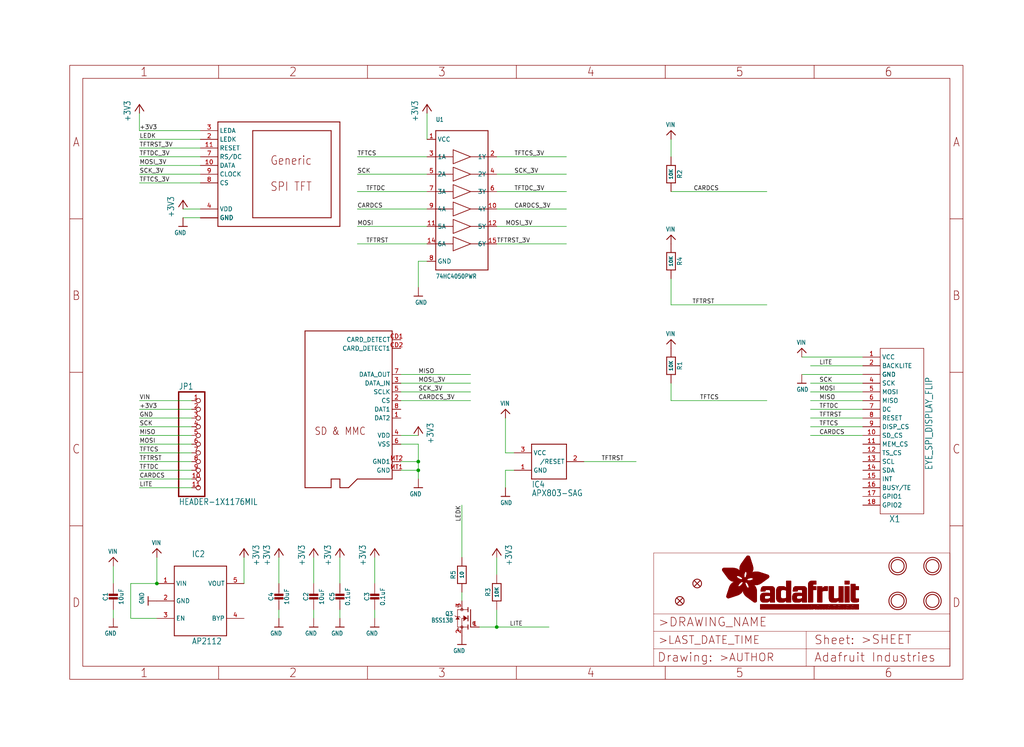
<source format=kicad_sch>
(kicad_sch (version 20211123) (generator eeschema)
  (paper "User" 298.45 217.881)
  (lib_symbols
    (symbol "schematicEagle-eagle-import:+3V3" (power)
      (property "Value" "+3V3" (at -2.54 -5.08 90))
      (symbol "+3V3_1_0"
        (pin power_in line (at 0 -2.54 90) (length 2.54) (name "+3V3") (number "1"))
      )
    )
    (symbol "schematicEagle-eagle-import:74HC4050DTSSOP"
      (property "Reference" "U" (at -7.62 22.86 0))
      (property "Value" "74HC4050DTSSOP" (at -7.62 -22.86 0))
      (symbol "74HC4050DTSSOP_1_0"
        (pin bidirectional line (at -10.16 17.78 0) (length 2.54) (name "VCC") (number "1"))
        (pin bidirectional line (at 10.16 -2.54 180) (length 2.54) (name "4Y") (number "10"))
        (pin bidirectional line (at -10.16 -7.62 0) (length 2.54) (name "5A") (number "11"))
        (pin bidirectional line (at 10.16 -7.62 180) (length 2.54) (name "5Y") (number "12"))
        (pin bidirectional line (at -10.16 -12.7 0) (length 2.54) (name "6A") (number "14"))
        (pin bidirectional line (at 10.16 -12.7 180) (length 2.54) (name "6Y") (number "15"))
        (pin bidirectional line (at 10.16 12.7 180) (length 2.54) (name "1Y") (number "2"))
        (pin bidirectional line (at -10.16 12.7 0) (length 2.54) (name "1A") (number "3"))
        (pin bidirectional line (at 10.16 7.62 180) (length 2.54) (name "2Y") (number "4"))
        (pin bidirectional line (at -10.16 7.62 0) (length 2.54) (name "2A") (number "5"))
        (pin bidirectional line (at 10.16 2.54 180) (length 2.54) (name "3Y") (number "6"))
        (pin bidirectional line (at -10.16 2.54 0) (length 2.54) (name "3A") (number "7"))
        (pin bidirectional line (at -10.16 -17.78 0) (length 2.54) (name "GND") (number "8"))
        (pin bidirectional line (at -10.16 -2.54 0) (length 2.54) (name "4A") (number "9"))
      )
    )
    (symbol "schematicEagle-eagle-import:AXP083-SAG"
      (property "Reference" "IC" (at -5.08 -7.62 0))
      (property "Value" "AXP083-SAG" (at -5.08 -10.16 0))
      (symbol "AXP083-SAG_1_0"
        (pin power_in line (at -10.16 -2.54 0) (length 5.08) (name "GND") (number "1"))
        (pin output line (at 10.16 0 180) (length 5.08) (name "/RESET") (number "2"))
        (pin power_in line (at -10.16 2.54 0) (length 5.08) (name "VCC") (number "3"))
      )
    )
    (symbol "schematicEagle-eagle-import:CAP_CERAMIC0603_NO"
      (property "Reference" "C" (at -2.29 1.25 90))
      (property "Value" "CAP_CERAMIC0603_NO" (at 2.3 1.25 90))
      (symbol "CAP_CERAMIC0603_NO_1_0"
        (pin passive line (at 0 5.08 270) (length 2.54) (name "1") (number "1"))
        (pin passive line (at 0 -2.54 90) (length 2.54) (name "2") (number "2"))
      )
    )
    (symbol "schematicEagle-eagle-import:CAP_CERAMIC0805-NOOUTLINE"
      (property "Reference" "C" (at -2.29 1.25 90))
      (property "Value" "CAP_CERAMIC0805-NOOUTLINE" (at 2.3 1.25 90))
      (symbol "CAP_CERAMIC0805-NOOUTLINE_1_0"
        (pin passive line (at 0 5.08 270) (length 2.54) (name "1") (number "1"))
        (pin passive line (at 0 -2.54 90) (length 2.54) (name "2") (number "2"))
      )
    )
    (symbol "schematicEagle-eagle-import:DISP_LCD_GENERIC_SPI_1.47IN_172X320_12P_WRAPUNDER"
      (symbol "DISP_LCD_GENERIC_SPI_1.47IN_172X320_12P_WRAPUNDER_1_0"
        (text "Generic" (at -5.08 2.54 0) (effects (font (size 2.54 2.159)) (justify left bottom)))
        (text "SPI TFT" (at -5.08 -5.08 0) (effects (font (size 2.54 2.159)) (justify left bottom)))
        (pin power_in line (at -25.4 -12.7 0) (length 5.08) (name "GND") (number "1"))
        (pin bidirectional line (at -25.4 2.54 0) (length 5.08) (name "DATA") (number "10"))
        (pin input line (at -25.4 7.62 0) (length 5.08) (name "RESET") (number "11"))
        (pin power_in line (at -25.4 -12.7 0) (length 5.08) (name "GND") (number "12"))
        (pin input line (at -25.4 10.16 0) (length 5.08) (name "LEDK") (number "2"))
        (pin input line (at -25.4 12.7 0) (length 5.08) (name "LEDA") (number "3"))
        (pin power_in line (at -25.4 -10.16 0) (length 5.08) (name "VDD") (number "4"))
        (pin power_in line (at -25.4 -12.7 0) (length 5.08) (name "GND") (number "5"))
        (pin power_in line (at -25.4 -12.7 0) (length 5.08) (name "GND") (number "6"))
        (pin input line (at -25.4 5.08 0) (length 5.08) (name "RS/DC") (number "7"))
        (pin input line (at -25.4 -2.54 0) (length 5.08) (name "CS") (number "8"))
        (pin input line (at -25.4 0 0) (length 5.08) (name "CLOCK") (number "9"))
      )
    )
    (symbol "schematicEagle-eagle-import:EYE_SPI_DISPLAY_FLIP"
      (property "Reference" "X" (at 2.54 -27.94 0))
      (property "Value" "EYE_SPI_DISPLAY_FLIP" (at 2.54 -27.94 0))
      (symbol "EYE_SPI_DISPLAY_FLIP_1_0"
        (pin power_in line (at -5.08 20.32 0) (length 5.08) (name "VCC") (number "1"))
        (pin input line (at -5.08 -2.54 0) (length 5.08) (name "SD_CS") (number "10"))
        (pin input line (at -5.08 -5.08 0) (length 5.08) (name "MEM_CS") (number "11"))
        (pin input line (at -5.08 -7.62 0) (length 5.08) (name "TS_CS") (number "12"))
        (pin input line (at -5.08 -10.16 0) (length 5.08) (name "SCL") (number "13"))
        (pin bidirectional line (at -5.08 -12.7 0) (length 5.08) (name "SDA") (number "14"))
        (pin output line (at -5.08 -15.24 0) (length 5.08) (name "INT") (number "15"))
        (pin output line (at -5.08 -17.78 0) (length 5.08) (name "BUSY/TE") (number "16"))
        (pin passive line (at -5.08 -20.32 0) (length 5.08) (name "GPIO1") (number "17"))
        (pin passive line (at -5.08 -22.86 0) (length 5.08) (name "GPIO2") (number "18"))
        (pin input line (at -5.08 17.78 0) (length 5.08) (name "BACKLITE") (number "2"))
        (pin power_in line (at -5.08 15.24 0) (length 5.08) (name "GND") (number "3"))
        (pin input line (at -5.08 12.7 0) (length 5.08) (name "SCK") (number "4"))
        (pin input line (at -5.08 10.16 0) (length 5.08) (name "MOSI") (number "5"))
        (pin output line (at -5.08 7.62 0) (length 5.08) (name "MISO") (number "6"))
        (pin input line (at -5.08 5.08 0) (length 5.08) (name "DC") (number "7"))
        (pin input line (at -5.08 2.54 0) (length 5.08) (name "RESET") (number "8"))
        (pin input line (at -5.08 0 0) (length 5.08) (name "DISP_CS") (number "9"))
        (pin power_in line (at -5.08 15.24 0) (length 5.08) (name "GND") (number "SUPPORT1"))
        (pin power_in line (at -5.08 15.24 0) (length 5.08) (name "GND") (number "SUPPORT2"))
      )
    )
    (symbol "schematicEagle-eagle-import:FIDUCIAL_1MM")
    (symbol "schematicEagle-eagle-import:FRAME_A4_ADAFRUIT"
      (symbol "FRAME_A4_ADAFRUIT_0_0"
        (text "1" (at 21.6958 1.905 0) (effects (font (size 2.54 2.286))))
        (text "1" (at 21.6958 177.165 0) (effects (font (size 2.54 2.286))))
        (text "2" (at 65.0875 1.905 0) (effects (font (size 2.54 2.286))))
        (text "2" (at 65.0875 177.165 0) (effects (font (size 2.54 2.286))))
        (text "3" (at 108.4792 1.905 0) (effects (font (size 2.54 2.286))))
        (text "3" (at 108.4792 177.165 0) (effects (font (size 2.54 2.286))))
        (text "4" (at 151.8708 1.905 0) (effects (font (size 2.54 2.286))))
        (text "4" (at 151.8708 177.165 0) (effects (font (size 2.54 2.286))))
        (text "5" (at 195.2625 1.905 0) (effects (font (size 2.54 2.286))))
        (text "5" (at 195.2625 177.165 0) (effects (font (size 2.54 2.286))))
        (text "6" (at 238.6542 1.905 0) (effects (font (size 2.54 2.286))))
        (text "6" (at 238.6542 177.165 0) (effects (font (size 2.54 2.286))))
        (text "A" (at 1.905 156.6863 0) (effects (font (size 2.54 2.286))))
        (text "A" (at 258.445 156.6863 0) (effects (font (size 2.54 2.286))))
        (text "B" (at 1.905 111.9188 0) (effects (font (size 2.54 2.286))))
        (text "B" (at 258.445 111.9188 0) (effects (font (size 2.54 2.286))))
        (text "C" (at 1.905 67.1513 0) (effects (font (size 2.54 2.286))))
        (text "C" (at 258.445 67.1513 0) (effects (font (size 2.54 2.286))))
        (text "D" (at 1.905 22.3838 0) (effects (font (size 2.54 2.286))))
        (text "D" (at 258.445 22.3838 0) (effects (font (size 2.54 2.286))))
      )
      (symbol "FRAME_A4_ADAFRUIT_1_0"
        (text ">AUTHOR" (at 189.23 5.08 0) (effects (font (size 2.286 2.286)) (justify left bottom)))
        (text ">DRAWING_NAME" (at 171.45 15.24 0) (effects (font (size 2.54 2.54)) (justify left bottom)))
        (text ">LAST_DATE_TIME" (at 171.45 10.16 0) (effects (font (size 2.286 2.286)) (justify left bottom)))
        (text ">SHEET" (at 230.505 10.16 0) (effects (font (size 2.54 2.54)) (justify left bottom)))
        (text "Adafruit Industries" (at 216.916 4.953 0) (effects (font (size 2.54 2.54)) (justify left bottom)))
        (text "Drawing:" (at 171.196 4.953 0) (effects (font (size 2.54 2.54)) (justify left bottom)))
        (text "Sheet:" (at 216.916 10.033 0) (effects (font (size 2.54 2.54)) (justify left bottom)))
      )
    )
    (symbol "schematicEagle-eagle-import:GND" (power)
      (property "Value" "GND" (at -1.524 -2.54 0))
      (symbol "GND_1_0"
        (pin power_in line (at 0 2.54 270) (length 2.54) (name "GND") (number "1"))
      )
    )
    (symbol "schematicEagle-eagle-import:HEADER-1X1176MIL"
      (property "Reference" "JP" (at -6.35 15.875 0))
      (property "Value" "HEADER-1X1176MIL" (at -6.35 -17.78 0))
      (symbol "HEADER-1X1176MIL_1_0"
        (pin passive inverted (at -2.54 12.7 0) (length 2.54) (name "1") (number "1"))
        (pin passive inverted (at -2.54 -10.16 0) (length 2.54) (name "10") (number "10"))
        (pin passive inverted (at -2.54 -12.7 0) (length 2.54) (name "11") (number "11"))
        (pin passive inverted (at -2.54 10.16 0) (length 2.54) (name "2") (number "2"))
        (pin passive inverted (at -2.54 7.62 0) (length 2.54) (name "3") (number "3"))
        (pin passive inverted (at -2.54 5.08 0) (length 2.54) (name "4") (number "4"))
        (pin passive inverted (at -2.54 2.54 0) (length 2.54) (name "5") (number "5"))
        (pin passive inverted (at -2.54 0 0) (length 2.54) (name "6") (number "6"))
        (pin passive inverted (at -2.54 -2.54 0) (length 2.54) (name "7") (number "7"))
        (pin passive inverted (at -2.54 -5.08 0) (length 2.54) (name "8") (number "8"))
        (pin passive inverted (at -2.54 -7.62 0) (length 2.54) (name "9") (number "9"))
      )
    )
    (symbol "schematicEagle-eagle-import:LP298XS"
      (property "Reference" "IC" (at -12.7 -5.08 90))
      (property "Value" "LP298XS" (at 12.7 -5.08 90))
      (symbol "LP298XS_1_0"
        (pin bidirectional line (at -5.08 -15.24 90) (length 5.08) (name "VIN") (number "1"))
        (pin bidirectional line (at 0 -15.24 90) (length 5.08) (name "GND") (number "2"))
        (pin bidirectional line (at 5.08 -15.24 90) (length 5.08) (name "EN") (number "3"))
        (pin bidirectional line (at 5.08 10.16 270) (length 5.08) (name "BYP") (number "4"))
        (pin bidirectional line (at -5.08 10.16 270) (length 5.08) (name "VOUT") (number "5"))
      )
    )
    (symbol "schematicEagle-eagle-import:MICROSD"
      (symbol "MICROSD_1_0"
        (text "SD & MMC" (at -7.62 -10.16 0) (effects (font (size 2.1844 1.8567)) (justify left bottom)))
        (pin bidirectional line (at -17.78 -5.08 0) (length 2.54) (name "DAT2") (number "1"))
        (pin input line (at -17.78 0 0) (length 2.54) (name "CS") (number "2"))
        (pin input line (at -17.78 5.08 0) (length 2.54) (name "DATA_IN") (number "3"))
        (pin power_in line (at -17.78 -10.16 0) (length 2.54) (name "VDD") (number "4"))
        (pin input line (at -17.78 2.54 0) (length 2.54) (name "SCLK") (number "5"))
        (pin power_in line (at -17.78 -12.7 0) (length 2.54) (name "VSS") (number "6"))
        (pin output line (at -17.78 7.62 0) (length 2.54) (name "DATA_OUT") (number "7"))
        (pin bidirectional line (at -17.78 -2.54 0) (length 2.54) (name "DAT1") (number "8"))
        (pin passive line (at -17.78 17.78 0) (length 2.54) (name "CARD_DETECT") (number "CD1"))
        (pin passive line (at -17.78 15.24 0) (length 2.54) (name "CARD_DETECT1") (number "CD2"))
        (pin power_in line (at -17.78 -20.32 0) (length 2.54) (name "GND") (number "MT1"))
        (pin power_in line (at -17.78 -17.78 0) (length 2.54) (name "GND1") (number "MT2"))
      )
    )
    (symbol "schematicEagle-eagle-import:MOSFET-NWIDE"
      (property "Reference" "Q" (at 5.08 0.635 0))
      (property "Value" "MOSFET-NWIDE" (at 5.08 -1.27 0))
      (symbol "MOSFET-NWIDE_1_0"
        (text "D" (at 3.175 3.175 0) (effects (font (size 0.8128 0.6908)) (justify left bottom)))
        (text "G" (at -1.27 -1.905 0) (effects (font (size 0.8128 0.6908)) (justify left bottom)))
        (text "S" (at 3.175 -3.81 0) (effects (font (size 0.8128 0.6908)) (justify left bottom)))
        (pin bidirectional line (at -2.54 -2.54 0) (length 2.54) (name "G") (number "1"))
        (pin bidirectional line (at 2.54 -5.08 90) (length 2.54) (name "S") (number "2"))
        (pin bidirectional line (at 2.54 5.08 270) (length 2.54) (name "D") (number "3"))
      )
    )
    (symbol "schematicEagle-eagle-import:MOUNTINGHOLE2.5")
    (symbol "schematicEagle-eagle-import:RESISTOR_0603_NOOUT"
      (property "Reference" "R" (at 0 2.54 0))
      (property "Value" "RESISTOR_0603_NOOUT" (at 0 0 0))
      (symbol "RESISTOR_0603_NOOUT_1_0"
        (pin passive line (at -5.08 0 0) (length 2.54) (name "1") (number "1"))
        (pin passive line (at 5.08 0 180) (length 2.54) (name "2") (number "2"))
      )
    )
    (symbol "schematicEagle-eagle-import:VIN" (power)
      (property "Value" "VIN" (at -1.524 1.016 0))
      (symbol "VIN_1_0"
        (pin power_in line (at 0 -2.54 90) (length 2.54) (name "VIN") (number "1"))
      )
    )
  )
  (junction (at 45.72 170.18))
  (junction (at 121.92 134.62))
  (junction (at 121.92 137.16))
  (junction (at 144.78 182.88))
  (wire (pts (xy 55.88 116.84) (xy 40.64 116.84)))
  (wire (pts (xy 251.46 127) (xy 236.22 127)))
  (wire (pts (xy 40.64 50.8) (xy 58.42 50.8)))
  (wire (pts (xy 121.92 137.16) (xy 121.92 139.7)))
  (wire (pts (xy 55.88 142.24) (xy 40.64 142.24)))
  (wire (pts (xy 53.34 63.5) (xy 58.42 63.5)))
  (wire (pts (xy 124.46 76.2) (xy 121.92 76.2)))
  (wire (pts (xy 33.02 180.34) (xy 33.02 177.8)))
  (wire (pts (xy 58.42 53.34) (xy 40.64 53.34)))
  (wire (pts (xy 144.78 66.04) (xy 165.1 66.04)))
  (wire (pts (xy 116.84 129.54) (xy 121.92 129.54)))
  (wire (pts (xy 81.28 180.34) (xy 81.28 177.8)))
  (wire (pts (xy 251.46 114.3) (xy 236.22 114.3)))
  (wire (pts (xy 40.64 127) (xy 55.88 127)))
  (wire (pts (xy 195.58 88.9) (xy 195.58 81.28)))
  (wire (pts (xy 149.86 132.08) (xy 147.32 132.08)))
  (wire (pts (xy 121.92 134.62) (xy 121.92 137.16)))
  (wire (pts (xy 139.7 182.88) (xy 144.78 182.88)))
  (wire (pts (xy 251.46 119.38) (xy 236.22 119.38)))
  (wire (pts (xy 137.16 114.3) (xy 116.84 114.3)))
  (wire (pts (xy 170.18 134.62) (xy 185.42 134.62)))
  (wire (pts (xy 104.14 66.04) (xy 124.46 66.04)))
  (wire (pts (xy 144.78 162.56) (xy 144.78 167.64)))
  (wire (pts (xy 104.14 71.12) (xy 124.46 71.12)))
  (wire (pts (xy 40.64 33.02) (xy 40.64 38.1)))
  (wire (pts (xy 45.72 180.34) (xy 38.1 180.34)))
  (wire (pts (xy 144.78 182.88) (xy 144.78 177.8)))
  (wire (pts (xy 144.78 71.12) (xy 165.1 71.12)))
  (wire (pts (xy 233.68 104.14) (xy 251.46 104.14)))
  (wire (pts (xy 137.16 111.76) (xy 116.84 111.76)))
  (wire (pts (xy 134.62 147.32) (xy 134.62 162.56)))
  (wire (pts (xy 55.88 137.16) (xy 40.64 137.16)))
  (wire (pts (xy 38.1 170.18) (xy 45.72 170.18)))
  (wire (pts (xy 165.1 60.96) (xy 144.78 60.96)))
  (wire (pts (xy 99.06 162.56) (xy 99.06 170.18)))
  (wire (pts (xy 58.42 38.1) (xy 40.64 38.1)))
  (wire (pts (xy 91.44 180.34) (xy 91.44 177.8)))
  (wire (pts (xy 236.22 116.84) (xy 251.46 116.84)))
  (wire (pts (xy 121.92 129.54) (xy 121.92 134.62)))
  (wire (pts (xy 116.84 109.22) (xy 137.16 109.22)))
  (wire (pts (xy 58.42 48.26) (xy 40.64 48.26)))
  (wire (pts (xy 104.14 60.96) (xy 124.46 60.96)))
  (wire (pts (xy 58.42 40.64) (xy 40.64 40.64)))
  (wire (pts (xy 58.42 60.96) (xy 53.34 60.96)))
  (wire (pts (xy 116.84 134.62) (xy 121.92 134.62)))
  (wire (pts (xy 147.32 142.24) (xy 147.32 137.16)))
  (wire (pts (xy 195.58 116.84) (xy 195.58 111.76)))
  (wire (pts (xy 121.92 127) (xy 116.84 127)))
  (wire (pts (xy 124.46 45.72) (xy 104.14 45.72)))
  (wire (pts (xy 144.78 45.72) (xy 165.1 45.72)))
  (wire (pts (xy 33.02 165.1) (xy 33.02 170.18)))
  (wire (pts (xy 55.88 124.46) (xy 40.64 124.46)))
  (wire (pts (xy 58.42 43.18) (xy 40.64 43.18)))
  (wire (pts (xy 251.46 111.76) (xy 236.22 111.76)))
  (wire (pts (xy 55.88 121.92) (xy 40.64 121.92)))
  (wire (pts (xy 99.06 180.34) (xy 99.06 177.8)))
  (wire (pts (xy 81.28 162.56) (xy 81.28 170.18)))
  (wire (pts (xy 55.88 139.7) (xy 40.64 139.7)))
  (wire (pts (xy 233.68 109.22) (xy 251.46 109.22)))
  (wire (pts (xy 223.52 55.88) (xy 195.58 55.88)))
  (wire (pts (xy 116.84 137.16) (xy 121.92 137.16)))
  (wire (pts (xy 251.46 106.68) (xy 236.22 106.68)))
  (wire (pts (xy 160.02 182.88) (xy 144.78 182.88)))
  (wire (pts (xy 55.88 134.62) (xy 40.64 134.62)))
  (wire (pts (xy 134.62 172.72) (xy 134.62 175.26)))
  (wire (pts (xy 91.44 162.56) (xy 91.44 170.18)))
  (wire (pts (xy 124.46 40.64) (xy 124.46 33.02)))
  (wire (pts (xy 71.12 162.56) (xy 71.12 170.18)))
  (wire (pts (xy 137.16 116.84) (xy 116.84 116.84)))
  (wire (pts (xy 195.58 116.84) (xy 223.52 116.84)))
  (wire (pts (xy 40.64 132.08) (xy 55.88 132.08)))
  (wire (pts (xy 236.22 124.46) (xy 251.46 124.46)))
  (wire (pts (xy 195.58 88.9) (xy 223.52 88.9)))
  (wire (pts (xy 195.58 45.72) (xy 195.58 40.64)))
  (wire (pts (xy 55.88 129.54) (xy 40.64 129.54)))
  (wire (pts (xy 104.14 55.88) (xy 124.46 55.88)))
  (wire (pts (xy 121.92 76.2) (xy 121.92 83.82)))
  (wire (pts (xy 109.22 180.34) (xy 109.22 177.8)))
  (wire (pts (xy 40.64 119.38) (xy 55.88 119.38)))
  (wire (pts (xy 251.46 121.92) (xy 236.22 121.92)))
  (wire (pts (xy 109.22 162.56) (xy 109.22 170.18)))
  (wire (pts (xy 147.32 121.92) (xy 147.32 132.08)))
  (wire (pts (xy 38.1 180.34) (xy 38.1 170.18)))
  (wire (pts (xy 165.1 55.88) (xy 144.78 55.88)))
  (wire (pts (xy 58.42 45.72) (xy 40.64 45.72)))
  (wire (pts (xy 165.1 50.8) (xy 144.78 50.8)))
  (wire (pts (xy 45.72 162.56) (xy 45.72 170.18)))
  (wire (pts (xy 147.32 137.16) (xy 149.86 137.16)))
  (wire (pts (xy 104.14 50.8) (xy 124.46 50.8)))
  (label "LITE" (at 40.64 142.24 0) (effects (font (size 1.2446 1.2446))))
  (label "MISO" (at 238.76 116.84 0) (effects (font (size 1.2446 1.2446))))
  (label "TFTRST" (at 208.28 88.9 180) (effects (font (size 1.2446 1.2446))))
  (label "TFTCS" (at 209.55 116.84 180) (effects (font (size 1.2446 1.2446))))
  (label "LITE" (at 238.76 106.68 0) (effects (font (size 1.2446 1.2446))))
  (label "TFTCS_3V" (at 40.64 53.34 0) (effects (font (size 1.2446 1.2446))))
  (label "MISO" (at 121.92 109.22 0) (effects (font (size 1.2446 1.2446))))
  (label "SCK_3V" (at 121.92 114.3 0) (effects (font (size 1.2446 1.2446))))
  (label "SCK" (at 238.76 111.76 0) (effects (font (size 1.2446 1.2446))))
  (label "TFTDC" (at 40.64 137.16 0) (effects (font (size 1.2446 1.2446))))
  (label "TFTDC_3V" (at 40.64 45.72 0) (effects (font (size 1.2446 1.2446))))
  (label "LITE" (at 152.4 182.88 180) (effects (font (size 1.2446 1.2446))))
  (label "MOSI" (at 104.14 66.04 0) (effects (font (size 1.2446 1.2446))))
  (label "+3V3" (at 40.64 119.38 0) (effects (font (size 1.2446 1.2446))))
  (label "SCK_3V" (at 40.64 50.8 0) (effects (font (size 1.2446 1.2446))))
  (label "+3V3" (at 40.64 38.1 0) (effects (font (size 1.2446 1.2446))))
  (label "LEDK" (at 40.64 40.64 0) (effects (font (size 1.2446 1.2446))))
  (label "TFTRST_3V" (at 144.78 71.12 0) (effects (font (size 1.2446 1.2446))))
  (label "TFTRST_3V" (at 40.64 43.18 0) (effects (font (size 1.2446 1.2446))))
  (label "MOSI_3V" (at 40.64 48.26 0) (effects (font (size 1.2446 1.2446))))
  (label "MOSI" (at 238.76 114.3 0) (effects (font (size 1.2446 1.2446))))
  (label "SCK" (at 104.14 50.8 0) (effects (font (size 1.2446 1.2446))))
  (label "TFTCS" (at 104.14 45.72 0) (effects (font (size 1.2446 1.2446))))
  (label "SCK_3V" (at 149.86 50.8 0) (effects (font (size 1.2446 1.2446))))
  (label "TFTRST" (at 238.76 121.92 0) (effects (font (size 1.2446 1.2446))))
  (label "MOSI_3V" (at 147.32 66.04 0) (effects (font (size 1.2446 1.2446))))
  (label "LEDK" (at 134.62 147.32 270) (effects (font (size 1.2446 1.2446))))
  (label "TFTCS" (at 238.76 124.46 0) (effects (font (size 1.2446 1.2446))))
  (label "MISO" (at 40.64 127 0) (effects (font (size 1.2446 1.2446))))
  (label "TFTRST" (at 40.64 134.62 0) (effects (font (size 1.2446 1.2446))))
  (label "MOSI_3V" (at 121.92 111.76 0) (effects (font (size 1.2446 1.2446))))
  (label "TFTDC" (at 238.76 119.38 0) (effects (font (size 1.2446 1.2446))))
  (label "SCK" (at 40.64 124.46 0) (effects (font (size 1.2446 1.2446))))
  (label "GND" (at 40.64 121.92 0) (effects (font (size 1.2446 1.2446))))
  (label "TFTDC" (at 106.68 55.88 0) (effects (font (size 1.2446 1.2446))))
  (label "CARDCS" (at 40.64 139.7 0) (effects (font (size 1.2446 1.2446))))
  (label "TFTRST" (at 106.68 71.12 0) (effects (font (size 1.2446 1.2446))))
  (label "CARDCS_3V" (at 121.92 116.84 0) (effects (font (size 1.2446 1.2446))))
  (label "TFTDC_3V" (at 149.86 55.88 0) (effects (font (size 1.2446 1.2446))))
  (label "CARDCS" (at 104.14 60.96 0) (effects (font (size 1.2446 1.2446))))
  (label "VIN" (at 40.64 116.84 0) (effects (font (size 1.2446 1.2446))))
  (label "CARDCS_3V" (at 149.86 60.96 0) (effects (font (size 1.2446 1.2446))))
  (label "TFTCS_3V" (at 149.86 45.72 0) (effects (font (size 1.2446 1.2446))))
  (label "TFTCS" (at 40.64 132.08 0) (effects (font (size 1.2446 1.2446))))
  (label "CARDCS" (at 209.55 55.88 180) (effects (font (size 1.2446 1.2446))))
  (label "TFTRST" (at 175.26 134.62 0) (effects (font (size 1.2446 1.2446))))
  (label "MOSI" (at 40.64 129.54 0) (effects (font (size 1.2446 1.2446))))
  (label "CARDCS" (at 238.76 127 0) (effects (font (size 1.2446 1.2446))))
  (symbol (lib_id "schematicEagle-eagle-import:CAP_CERAMIC0805-NOOUTLINE") (at 91.44 175.26 0) (unit 1)
    (property "Reference" "C2" (at 89.15 174.01 90))
    (property "Value" "10uF" (at 93.74 174.01 90))
    (property "Footprint" "schematicEagle:0805-NO" (effects hide))
  )
  (symbol (lib_id "schematicEagle-eagle-import:EYE_SPI_DISPLAY_FLIP") (at 256.54 124.46 0) (unit 1)
    (property "Reference" "X1" (at 259.08 152.4 0) (effects (font (size 1.9304 1.6408)) (justify left bottom)))
    (property "Value" "EYE_SPI_DISPLAY_FLIP" (at 271.78 137.16 90) (effects (font (size 1.9304 1.6408)) (justify left bottom)))
    (property "Footprint" "schematicEagle:EYE_SPI_DISPLAY_BOTCONTACT" (effects hide))
  )
  (symbol (lib_id "schematicEagle-eagle-import:CAP_CERAMIC0603_NO") (at 99.06 175.26 0) (unit 1)
    (property "Reference" "C5" (at 96.77 174.01 90))
    (property "Value" "0.1uF" (at 101.36 174.01 90))
    (property "Footprint" "schematicEagle:0603-NO" (effects hide))
  )
  (symbol (lib_id "schematicEagle-eagle-import:VIN") (at 45.72 160.02 0) (unit 1)
    (property "Reference" "#U$12" (effects hide))
    (property "Value" "VIN" (at 44.196 159.004 0) (effects (font (size 1.27 1.0795)) (justify left bottom)))
    (property "Footprint" "schematicEagle:" (effects hide))
  )
  (symbol (lib_id "schematicEagle-eagle-import:GND") (at 134.62 187.96 0) (unit 1)
    (property "Reference" "#GND5" (effects hide))
    (property "Value" "GND" (at 132.08 190.5 0) (effects (font (size 1.27 1.0795)) (justify left bottom)))
    (property "Footprint" "schematicEagle:" (effects hide))
  )
  (symbol (lib_id "schematicEagle-eagle-import:+3V3") (at 99.06 160.02 0) (unit 1)
    (property "Reference" "#+3V11" (effects hide))
    (property "Value" "+3V3" (at 96.52 165.1 90) (effects (font (size 1.778 1.5113)) (justify left bottom)))
    (property "Footprint" "schematicEagle:" (effects hide))
  )
  (symbol (lib_id "schematicEagle-eagle-import:+3V3") (at 124.46 30.48 0) (unit 1)
    (property "Reference" "#+3V12" (effects hide))
    (property "Value" "+3V3" (at 121.92 35.56 90) (effects (font (size 1.778 1.5113)) (justify left bottom)))
    (property "Footprint" "schematicEagle:" (effects hide))
  )
  (symbol (lib_id "schematicEagle-eagle-import:VIN") (at 195.58 38.1 0) (unit 1)
    (property "Reference" "#U$14" (effects hide))
    (property "Value" "VIN" (at 194.056 37.084 0) (effects (font (size 1.27 1.0795)) (justify left bottom)))
    (property "Footprint" "schematicEagle:" (effects hide))
  )
  (symbol (lib_id "schematicEagle-eagle-import:VIN") (at 33.02 162.56 0) (unit 1)
    (property "Reference" "#U$13" (effects hide))
    (property "Value" "VIN" (at 31.496 161.544 0) (effects (font (size 1.27 1.0795)) (justify left bottom)))
    (property "Footprint" "schematicEagle:" (effects hide))
  )
  (symbol (lib_id "schematicEagle-eagle-import:MOUNTINGHOLE2.5") (at 271.78 175.26 0) (unit 1)
    (property "Reference" "U$9" (effects hide))
    (property "Value" "MOUNTINGHOLE2.5" (effects hide))
    (property "Footprint" "schematicEagle:MOUNTINGHOLE_2.5_PLATED" (effects hide))
  )
  (symbol (lib_id "schematicEagle-eagle-import:RESISTOR_0603_NOOUT") (at 134.62 167.64 90) (unit 1)
    (property "Reference" "R5" (at 132.08 167.64 0))
    (property "Value" "10" (at 134.62 167.64 0) (effects (font (size 1.016 1.016) bold)))
    (property "Footprint" "schematicEagle:0603-NO" (effects hide))
  )
  (symbol (lib_id "schematicEagle-eagle-import:RESISTOR_0603_NOOUT") (at 195.58 76.2 270) (mirror x) (unit 1)
    (property "Reference" "R4" (at 198.12 76.2 0))
    (property "Value" "10K" (at 195.58 76.2 0) (effects (font (size 1.016 1.016) bold)))
    (property "Footprint" "schematicEagle:0603-NO" (effects hide))
  )
  (symbol (lib_id "schematicEagle-eagle-import:FRAME_A4_ADAFRUIT") (at 20.32 198.12 0) (unit 1)
    (property "Reference" "#U$6" (effects hide))
    (property "Value" "FRAME_A4_ADAFRUIT" (effects hide))
    (property "Footprint" "schematicEagle:" (effects hide))
  )
  (symbol (lib_id "schematicEagle-eagle-import:VIN") (at 195.58 99.06 0) (unit 1)
    (property "Reference" "#U$16" (effects hide))
    (property "Value" "VIN" (at 194.056 98.044 0) (effects (font (size 1.27 1.0795)) (justify left bottom)))
    (property "Footprint" "schematicEagle:" (effects hide))
  )
  (symbol (lib_id "schematicEagle-eagle-import:74HC4050DTSSOP") (at 134.62 58.42 0) (unit 1)
    (property "Reference" "U1" (at 127 35.56 0) (effects (font (size 1.27 1.0795)) (justify left bottom)))
    (property "Value" "74HC4050PWR" (at 127 81.28 0) (effects (font (size 1.27 1.0795)) (justify left bottom)))
    (property "Footprint" "schematicEagle:TSSOP16" (effects hide))
  )
  (symbol (lib_id "schematicEagle-eagle-import:MOUNTINGHOLE2.5") (at 261.62 165.1 0) (unit 1)
    (property "Reference" "U$10" (effects hide))
    (property "Value" "MOUNTINGHOLE2.5" (effects hide))
    (property "Footprint" "schematicEagle:MOUNTINGHOLE_2.5_PLATED" (effects hide))
  )
  (symbol (lib_id "schematicEagle-eagle-import:LP298XS") (at 60.96 175.26 270) (unit 1)
    (property "Reference" "IC2" (at 55.88 162.56 90) (effects (font (size 1.778 1.5113)) (justify left bottom)))
    (property "Value" "AP2112" (at 55.88 187.96 90) (effects (font (size 1.778 1.5113)) (justify left bottom)))
    (property "Footprint" "schematicEagle:SOT23-5L" (effects hide))
  )
  (symbol (lib_id "schematicEagle-eagle-import:GND") (at 99.06 182.88 0) (unit 1)
    (property "Reference" "#GND6" (effects hide))
    (property "Value" "GND" (at 96.52 185.42 0) (effects (font (size 1.27 1.0795)) (justify left bottom)))
    (property "Footprint" "schematicEagle:" (effects hide))
  )
  (symbol (lib_id "schematicEagle-eagle-import:MOSFET-NWIDE") (at 137.16 180.34 0) (mirror y) (unit 1)
    (property "Reference" "Q3" (at 132.08 179.705 0) (effects (font (size 1.27 1.0795)) (justify left bottom)))
    (property "Value" "BSS138" (at 132.08 181.61 0) (effects (font (size 1.27 1.0795)) (justify left bottom)))
    (property "Footprint" "schematicEagle:SOT23-WIDE" (effects hide))
  )
  (symbol (lib_id "schematicEagle-eagle-import:MICROSD") (at 99.06 116.84 0) (mirror y) (unit 1)
    (property "Reference" "Q2" (effects hide))
    (property "Value" "MICROSD" (effects hide))
    (property "Footprint" "schematicEagle:MICROSD" (effects hide))
  )
  (symbol (lib_id "schematicEagle-eagle-import:GND") (at 53.34 66.04 0) (unit 1)
    (property "Reference" "#GND8" (effects hide))
    (property "Value" "GND" (at 50.8 68.58 0) (effects (font (size 1.27 1.0795)) (justify left bottom)))
    (property "Footprint" "schematicEagle:" (effects hide))
  )
  (symbol (lib_id "schematicEagle-eagle-import:CAP_CERAMIC0805-NOOUTLINE") (at 81.28 175.26 0) (unit 1)
    (property "Reference" "C4" (at 78.99 174.01 90))
    (property "Value" "10uF" (at 83.58 174.01 90))
    (property "Footprint" "schematicEagle:0805-NO" (effects hide))
  )
  (symbol (lib_id "schematicEagle-eagle-import:GND") (at 233.68 111.76 0) (unit 1)
    (property "Reference" "#U$18" (effects hide))
    (property "Value" "GND" (at 232.156 114.3 0) (effects (font (size 1.27 1.0795)) (justify left bottom)))
    (property "Footprint" "schematicEagle:" (effects hide))
  )
  (symbol (lib_id "schematicEagle-eagle-import:RESISTOR_0603_NOOUT") (at 144.78 172.72 90) (unit 1)
    (property "Reference" "R3" (at 142.24 172.72 0))
    (property "Value" "10K" (at 144.78 172.72 0) (effects (font (size 1.016 1.016) bold)))
    (property "Footprint" "schematicEagle:0603-NO" (effects hide))
  )
  (symbol (lib_id "schematicEagle-eagle-import:+3V3") (at 91.44 160.02 0) (unit 1)
    (property "Reference" "#+3V6" (effects hide))
    (property "Value" "+3V3" (at 88.9 165.1 90) (effects (font (size 1.778 1.5113)) (justify left bottom)))
    (property "Footprint" "schematicEagle:" (effects hide))
  )
  (symbol (lib_id "schematicEagle-eagle-import:+3V3") (at 71.12 160.02 0) (mirror y) (unit 1)
    (property "Reference" "#+3V2" (effects hide))
    (property "Value" "+3V3" (at 73.66 165.1 90) (effects (font (size 1.778 1.5113)) (justify left bottom)))
    (property "Footprint" "schematicEagle:" (effects hide))
  )
  (symbol (lib_id "schematicEagle-eagle-import:FIDUCIAL_1MM") (at 203.2 170.18 0) (unit 1)
    (property "Reference" "U$5" (effects hide))
    (property "Value" "FIDUCIAL_1MM" (effects hide))
    (property "Footprint" "schematicEagle:FIDUCIAL_1MM" (effects hide))
  )
  (symbol (lib_id "schematicEagle-eagle-import:+3V3") (at 109.22 160.02 0) (unit 1)
    (property "Reference" "#+3V10" (effects hide))
    (property "Value" "+3V3" (at 106.68 165.1 90) (effects (font (size 1.778 1.5113)) (justify left bottom)))
    (property "Footprint" "schematicEagle:" (effects hide))
  )
  (symbol (lib_id "schematicEagle-eagle-import:CAP_CERAMIC0805-NOOUTLINE") (at 33.02 175.26 0) (unit 1)
    (property "Reference" "C1" (at 30.73 174.01 90))
    (property "Value" "10uF" (at 35.32 174.01 90))
    (property "Footprint" "schematicEagle:0805-NO" (effects hide))
  )
  (symbol (lib_id "schematicEagle-eagle-import:GND") (at 109.22 182.88 0) (unit 1)
    (property "Reference" "#GND4" (effects hide))
    (property "Value" "GND" (at 106.68 185.42 0) (effects (font (size 1.27 1.0795)) (justify left bottom)))
    (property "Footprint" "schematicEagle:" (effects hide))
  )
  (symbol (lib_id "schematicEagle-eagle-import:+3V3") (at 144.78 160.02 0) (mirror y) (unit 1)
    (property "Reference" "#+3V9" (effects hide))
    (property "Value" "+3V3" (at 147.32 165.1 90) (effects (font (size 1.778 1.5113)) (justify left bottom)))
    (property "Footprint" "schematicEagle:" (effects hide))
  )
  (symbol (lib_id "schematicEagle-eagle-import:GND") (at 81.28 182.88 0) (unit 1)
    (property "Reference" "#GND13" (effects hide))
    (property "Value" "GND" (at 78.74 185.42 0) (effects (font (size 1.27 1.0795)) (justify left bottom)))
    (property "Footprint" "schematicEagle:" (effects hide))
  )
  (symbol (lib_id "schematicEagle-eagle-import:+3V3") (at 81.28 160.02 0) (unit 1)
    (property "Reference" "#+3V8" (effects hide))
    (property "Value" "+3V3" (at 78.74 165.1 90) (effects (font (size 1.778 1.5113)) (justify left bottom)))
    (property "Footprint" "schematicEagle:" (effects hide))
  )
  (symbol (lib_id "schematicEagle-eagle-import:VIN") (at 195.58 68.58 0) (unit 1)
    (property "Reference" "#U$15" (effects hide))
    (property "Value" "VIN" (at 194.056 67.564 0) (effects (font (size 1.27 1.0795)) (justify left bottom)))
    (property "Footprint" "schematicEagle:" (effects hide))
  )
  (symbol (lib_id "schematicEagle-eagle-import:MOUNTINGHOLE2.5") (at 261.62 175.26 0) (unit 1)
    (property "Reference" "U$7" (effects hide))
    (property "Value" "MOUNTINGHOLE2.5" (effects hide))
    (property "Footprint" "schematicEagle:MOUNTINGHOLE_2.5_PLATED" (effects hide))
  )
  (symbol (lib_id "schematicEagle-eagle-import:GND") (at 121.92 86.36 0) (mirror y) (unit 1)
    (property "Reference" "#GND7" (effects hide))
    (property "Value" "GND" (at 124.46 88.9 0) (effects (font (size 1.27 1.0795)) (justify left bottom)))
    (property "Footprint" "schematicEagle:" (effects hide))
  )
  (symbol (lib_id "schematicEagle-eagle-import:RESISTOR_0603_NOOUT") (at 195.58 106.68 270) (mirror x) (unit 1)
    (property "Reference" "R1" (at 198.12 106.68 0))
    (property "Value" "10K" (at 195.58 106.68 0) (effects (font (size 1.016 1.016) bold)))
    (property "Footprint" "schematicEagle:0603-NO" (effects hide))
  )
  (symbol (lib_id "schematicEagle-eagle-import:VIN") (at 147.32 119.38 0) (unit 1)
    (property "Reference" "#U$17" (effects hide))
    (property "Value" "VIN" (at 145.796 118.364 0) (effects (font (size 1.27 1.0795)) (justify left bottom)))
    (property "Footprint" "schematicEagle:" (effects hide))
  )
  (symbol (lib_id "schematicEagle-eagle-import:+3V3") (at 53.34 58.42 0) (unit 1)
    (property "Reference" "#+3V7" (effects hide))
    (property "Value" "+3V3" (at 50.8 63.5 90) (effects (font (size 1.778 1.5113)) (justify left bottom)))
    (property "Footprint" "schematicEagle:" (effects hide))
  )
  (symbol (lib_id "schematicEagle-eagle-import:CAP_CERAMIC0603_NO") (at 109.22 175.26 0) (unit 1)
    (property "Reference" "C3" (at 106.93 174.01 90))
    (property "Value" "0.1uF" (at 111.52 174.01 90))
    (property "Footprint" "schematicEagle:0603-NO" (effects hide))
  )
  (symbol (lib_id "schematicEagle-eagle-import:+3V3") (at 40.64 30.48 0) (unit 1)
    (property "Reference" "#+3V13" (effects hide))
    (property "Value" "+3V3" (at 38.1 35.56 90) (effects (font (size 1.778 1.5113)) (justify left bottom)))
    (property "Footprint" "schematicEagle:" (effects hide))
  )
  (symbol (lib_id "schematicEagle-eagle-import:FIDUCIAL_1MM") (at 198.12 175.26 0) (unit 1)
    (property "Reference" "U$4" (effects hide))
    (property "Value" "FIDUCIAL_1MM" (effects hide))
    (property "Footprint" "schematicEagle:FIDUCIAL_1MM" (effects hide))
  )
  (symbol (lib_id "schematicEagle-eagle-import:GND") (at 121.92 142.24 0) (unit 1)
    (property "Reference" "#GND1" (effects hide))
    (property "Value" "GND" (at 119.38 144.78 0) (effects (font (size 1.27 1.0795)) (justify left bottom)))
    (property "Footprint" "schematicEagle:" (effects hide))
  )
  (symbol (lib_id "schematicEagle-eagle-import:DISP_LCD_GENERIC_SPI_1.47IN_172X320_12P_WRAPUNDER") (at 83.82 50.8 0) (unit 1)
    (property "Reference" "DISP1" (effects hide))
    (property "Value" "DISP_LCD_GENERIC_SPI_1.47IN_172X320_12P_WRAPUNDER" (effects hide))
    (property "Footprint" "schematicEagle:TFT_1.47IN_172X320_12P" (effects hide))
  )
  (symbol (lib_id "schematicEagle-eagle-import:RESISTOR_0603_NOOUT") (at 195.58 50.8 270) (mirror x) (unit 1)
    (property "Reference" "R2" (at 198.12 50.8 0))
    (property "Value" "10K" (at 195.58 50.8 0) (effects (font (size 1.016 1.016) bold)))
    (property "Footprint" "schematicEagle:0603-NO" (effects hide))
  )
  (symbol (lib_id "schematicEagle-eagle-import:AXP083-SAG") (at 160.02 134.62 0) (unit 1)
    (property "Reference" "IC4" (at 154.94 142.24 0) (effects (font (size 1.778 1.5113)) (justify left bottom)))
    (property "Value" "APX803-SAG" (at 154.94 144.78 0) (effects (font (size 1.778 1.5113)) (justify left bottom)))
    (property "Footprint" "schematicEagle:SOT23" (effects hide))
  )
  (symbol (lib_id "schematicEagle-eagle-import:GND") (at 43.18 175.26 270) (unit 1)
    (property "Reference" "#GND9" (effects hide))
    (property "Value" "GND" (at 40.64 172.72 0) (effects (font (size 1.27 1.0795)) (justify left bottom)))
    (property "Footprint" "schematicEagle:" (effects hide))
  )
  (symbol (lib_id "schematicEagle-eagle-import:GND") (at 147.32 144.78 0) (unit 1)
    (property "Reference" "#U$11" (effects hide))
    (property "Value" "GND" (at 145.796 147.32 0) (effects (font (size 1.27 1.0795)) (justify left bottom)))
    (property "Footprint" "schematicEagle:" (effects hide))
  )
  (symbol (lib_id "schematicEagle-eagle-import:+3V3") (at 121.92 124.46 0) (mirror y) (unit 1)
    (property "Reference" "#+3V4" (effects hide))
    (property "Value" "+3V3" (at 124.46 129.54 90) (effects (font (size 1.778 1.5113)) (justify left bottom)))
    (property "Footprint" "schematicEagle:" (effects hide))
  )
  (symbol (lib_id "schematicEagle-eagle-import:VIN") (at 233.68 101.6 0) (unit 1)
    (property "Reference" "#U$3" (effects hide))
    (property "Value" "VIN" (at 232.156 100.584 0) (effects (font (size 1.27 1.0795)) (justify left bottom)))
    (property "Footprint" "schematicEagle:" (effects hide))
  )
  (symbol (lib_id "schematicEagle-eagle-import:GND") (at 33.02 182.88 0) (unit 1)
    (property "Reference" "#GND12" (effects hide))
    (property "Value" "GND" (at 30.48 185.42 0) (effects (font (size 1.27 1.0795)) (justify left bottom)))
    (property "Footprint" "schematicEagle:" (effects hide))
  )
  (symbol (lib_id "schematicEagle-eagle-import:GND") (at 91.44 182.88 0) (unit 1)
    (property "Reference" "#GND11" (effects hide))
    (property "Value" "GND" (at 88.9 185.42 0) (effects (font (size 1.27 1.0795)) (justify left bottom)))
    (property "Footprint" "schematicEagle:" (effects hide))
  )
  (symbol (lib_id "schematicEagle-eagle-import:MOUNTINGHOLE2.5") (at 271.78 165.1 0) (unit 1)
    (property "Reference" "U$8" (effects hide))
    (property "Value" "MOUNTINGHOLE2.5" (effects hide))
    (property "Footprint" "schematicEagle:MOUNTINGHOLE_2.5_PLATED" (effects hide))
  )
  (symbol (lib_id "schematicEagle-eagle-import:HEADER-1X1176MIL") (at 58.42 129.54 0) (unit 1)
    (property "Reference" "JP1" (at 52.07 113.665 0) (effects (font (size 1.778 1.5113)) (justify left bottom)))
    (property "Value" "HEADER-1X1176MIL" (at 52.07 147.32 0) (effects (font (size 1.778 1.5113)) (justify left bottom)))
    (property "Footprint" "schematicEagle:1X11_ROUND_76" (effects hide))
  )
)
</source>
